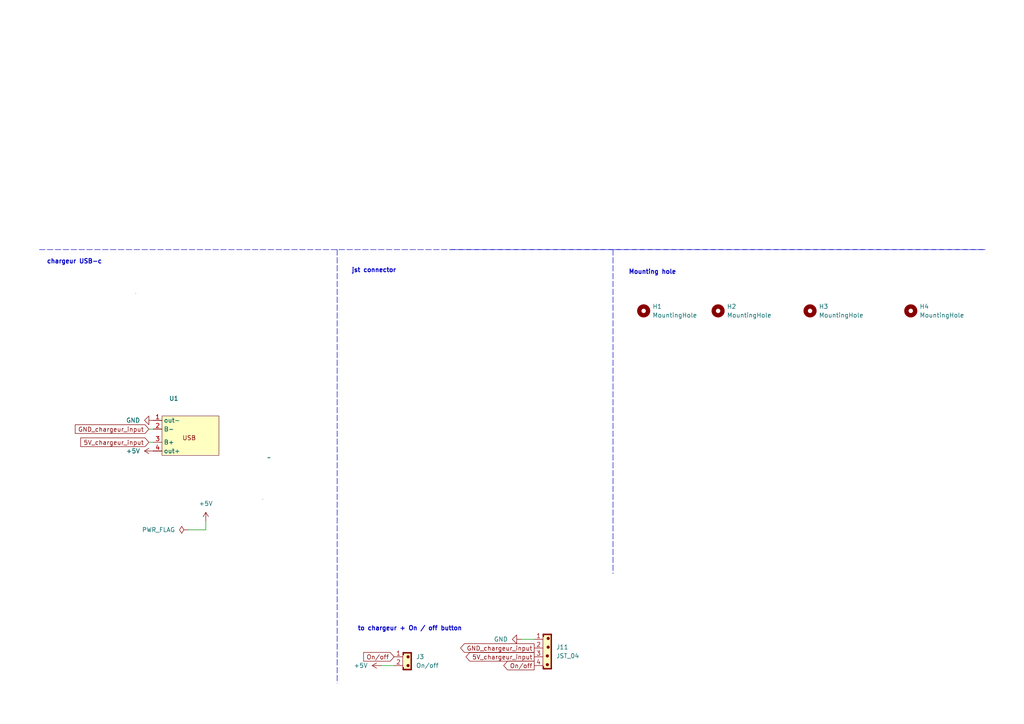
<source format=kicad_sch>
(kicad_sch (version 20250114) (generator "eeschema") (generator_version "9.0")
  (paper "A4")
  (title_block (title "Timer PCB") (date "27.05.25"))
  (lib_symbols
    (symbol "1_my_custom-_symbol_library:PCB_USB_connector"
      (property "Reference" "U1" (at 4.572 10.16 0))
      (property "Value" "~" (at 33.02 -6.985 0))
      (symbol "PCB_USB_connector_0_1"
        (rectangle (start 31.75 -19.05) (end 31.75 -19.05))
      )
      (symbol "PCB_USB_connector_1_1"
        (rectangle (start 2.54 5.08) (end 19.05 -6.35) (stroke (width 0) (color 114 40 71 1)) (fill (type background)))
        (text "USB\n" (at 10.414 -1.27 0) (effects (font (size 1.27 1.27))))
        (pin power_out line (at 0 3.81 0) (length 2.54) (name "out-") (number "1"))
        (pin power_out line (at 0 1.27 0) (length 2.54) (name "B-") (number "2"))
        (pin power_in line (at 0 -2.54 0) (length 2.54) (name "B+") (number "3"))
        (pin power_in line (at 0 -5.08 0) (length 2.54) (name "out+") (number "4"))
      )
    )
    (symbol "Mechanical:MountingHole" (pin_names (offset 1.016)) (exclude_from_sim yes) (in_bom no)
      (property "Reference" "H" (at 0 5.08 0))
      (property "Value" "MountingHole" (at 0 3.175 0))
      (symbol "MountingHole_0_1"
        (circle (center 0 0) (radius 1.27) (stroke (width 1.27)))
      )
    )
    (symbol "PCM_SL_Connectors:JST_02"
      (property "Reference" "J" (at 0 7.62 0))
      (property "Value" "JST_02" (at 0 5.08 0))
      (symbol "JST_02_0_1"
        (rectangle (start -1.27 2.54) (end 1.27 -2.54) (fill (type background)))
        (polyline (pts (xy -1.27 -1.778) (xy -1.27 -2.54) (xy 1.27 -2.54) (xy 1.27 -1.778) (xy 1.016 -1.778) (xy 1.016 -2.286) (xy -1.016 -2.286) (xy -1.016 -1.778) (xy -1.27 -1.778)) (fill (type outline)))
        (circle (center 0.254 1.27) (radius 0.381) (fill (type outline)))
        (circle (center 0.254 -1.27) (radius 0.381) (fill (type outline)))
        (rectangle (start 1.016 1.778) (end 1.27 -1.778) (fill (type outline)))
        (polyline (pts (xy 1.27 1.778) (xy 1.27 2.54) (xy -1.27 2.54) (xy -1.27 1.778) (xy -1.016 1.778) (xy -1.016 2.286) (xy 1.016 2.286) (xy 1.016 1.778) (xy 1.27 1.778)) (fill (type outline)))
      )
      (symbol "JST_02_1_1"
        (pin passive line (at -3.81 1.27 0) (length 2.54) (name "") (number "1"))
        (pin passive line (at -3.81 -1.27 0) (length 2.54) (name "") (number "2"))
      )
    )
    (symbol "PCM_SL_Connectors:JST_04"
      (property "Reference" "J11" (at 2.54 1.5241 0))
      (property "Value" "JST_04" (at 2.54 -1.0159 0))
      (symbol "JST_04_0_1"
        (rectangle (start -1.27 5.334) (end 1.27 -4.826) (fill (type background)))
        (polyline (pts (xy -1.27 -4.064) (xy -1.27 -4.826) (xy 1.27 -4.826) (xy 1.27 -4.064) (xy 1.016 -4.064) (xy 1.016 -4.572) (xy -1.016 -4.572) (xy -1.016 -4.064) (xy -1.27 -4.064)) (fill (type outline)))
        (circle (center 0 -1.016) (radius 0.381) (fill (type outline)))
        (circle (center 0 -3.556) (radius 0.381) (fill (type outline)))
        (circle (center 0.254 4.064) (radius 0.381) (fill (type outline)))
        (circle (center 0.254 1.524) (radius 0.381) (fill (type outline)))
        (rectangle (start 1.016 4.572) (end 1.27 -4.064) (fill (type outline)))
        (polyline (pts (xy 1.27 4.572) (xy 1.27 5.334) (xy -1.27 5.334) (xy -1.27 4.572) (xy -1.016 4.572) (xy -1.016 5.08) (xy 1.016 5.08) (xy 1.016 4.572) (xy 1.27 4.572)) (fill (type outline)))
      )
      (symbol "JST_04_1_1"
        (pin passive line (at -3.81 3.81 0) (length 2.54) (name "") (number "1"))
        (pin passive line (at -3.81 1.27 0) (length 2.54) (name "") (number "2"))
        (pin passive line (at -3.81 -1.27 0) (length 2.54) (name "") (number "3"))
        (pin passive line (at -3.81 -3.81 0) (length 2.54) (name "") (number "4"))
      )
    )
    (symbol "power:GND" (power) (pin_numbers (hide yes)) (pin_names (offset 0) (hide yes))
      (property "Value" "GND" (at 0 -3.81 0))
      (symbol "GND_0_1"
        (polyline (pts (xy 0 0) (xy 0 -1.27) (xy 1.27 -1.27) (xy 0 -2.54) (xy -1.27 -1.27) (xy 0 -1.27)))
      )
      (symbol "GND_1_1"
        (pin power_in line (at 0 0 270) (length 0) (name "~") (number "1"))
      )
    )
    (symbol "power:PWR_FLAG" (power) (pin_numbers (hide yes)) (pin_names (offset 0) (hide yes))
      (property "Value" "PWR_FLAG" (at 0 3.81 0))
      (symbol "PWR_FLAG_0_0"
        (pin power_out line (at 0 0 90) (length 0) (name "~") (number "1"))
      )
      (symbol "PWR_FLAG_0_1"
        (polyline (pts (xy 0 0) (xy 0 1.27) (xy -1.016 1.905) (xy 0 2.54) (xy 1.016 1.905) (xy 0 1.27)))
      )
    )
    (symbol "power:VCC" (power) (pin_numbers (hide yes)) (pin_names (offset 0) (hide yes))
      (property "Value" "VCC" (at 0 3.556 0))
      (symbol "VCC_0_1"
        (polyline (pts (xy -0.762 1.27) (xy 0 2.54)))
        (polyline (pts (xy 0 2.54) (xy 0.762 1.27)))
        (polyline (pts (xy 0 0) (xy 0 2.54)))
      )
      (symbol "VCC_1_1"
        (pin power_in line (at 0 0 90) (length 0) (name "~") (number "1"))
      )
    )
  )
  (rectangle (start 39.37 85.09) (end 39.37 85.09))
  (text "Mounting hole\n" (at 189.23 78.994 0) (effects (font (size 1.27 1.27) (thickness 0.254) (bold yes))))
  (text "to chargeur + On / off button\n" (at 118.872 182.372 0) (effects (font (size 1.27 1.27) (thickness 0.254) (bold yes))))
  (text "jst connector\n" (at 108.458 78.486 0) (effects (font (size 1.27 1.27) (thickness 0.254) (bold yes))))
  (text "chargeur USB-c\n" (at 21.59 75.946 0) (effects (font (size 1.27 1.27) (thickness 0.254) (bold yes))))
  (wire (pts (xy 59.69 151.13) (xy 59.69 153.67)))
  (wire (pts (xy 43.18 124.46) (xy 44.45 124.46)))
  (wire (pts (xy 110.49 193.04) (xy 114.3 193.04)))
  (wire (pts (xy 151.13 185.42) (xy 154.94 185.42)))
  (polyline (pts (xy 97.79 72.39) (xy 97.79 198.12)) (stroke (width 0) (type dash)))
  (polyline (pts (xy 177.8 72.39) (xy 177.8 166.37)) (stroke (width 0) (type dash)))
  (polyline (pts (xy 130.81 72.39) (xy 285.75 72.39)) (stroke (width 0) (type dash)))
  (polyline (pts (xy 11.43 72.39) (xy 285.75 72.39)) (stroke (width 0) (type dash)))
  (wire (pts (xy 59.69 153.67) (xy 54.61 153.67)))
  (wire (pts (xy 43.18 128.27) (xy 44.45 128.27)))
  (global_label "On{slash}off" (shape input) (at 114.3 190.5 180) (property "Intersheetrefs" "${INTERSHEET_REFS}" (effects (hide yes))))
  (global_label "GND_chargeur_input" (shape output) (at 154.94 187.96 180) (property "Intersheetrefs" "${INTERSHEET_REFS}" (effects (hide yes))))
  (global_label "5V_chargeur_input" (shape output) (at 154.94 190.5 180) (property "Intersheetrefs" "${INTERSHEET_REFS}" (effects (hide yes))))
  (global_label "On{slash}off" (shape output) (at 154.94 193.04 180) (property "Intersheetrefs" "${INTERSHEET_REFS}" (effects (hide yes))))
  (global_label "5V_chargeur_input" (shape input) (at 43.18 128.27 180) (property "Intersheetrefs" "${INTERSHEET_REFS}" (effects (hide yes))))
  (global_label "GND_chargeur_input" (shape input) (at 43.18 124.46 180) (property "Intersheetrefs" "${INTERSHEET_REFS}" (effects (hide yes))))
  (symbol (lib_id "Mechanical:MountingHole") (at 186.69 90.17 0) (unit 1) (in_bom no)
    (property "Reference" "H1" (at 189.23 88.8999 0) (effects (justify left)))
    (property "Value" "MountingHole" (at 189.23 91.4399 0) (effects (justify left)))
    (property "Footprint" "MountingHole:MountingHole_3.2mm_M3_DIN965_Pad_TopOnly" (effects (hide yes)))
    (property "Description" "Mounting Hole without connection" (effects (hide yes)))
  )
  (symbol (lib_id "PCM_SL_Connectors:JST_02") (at 118.11 191.77 0) (unit 1)
    (property "Reference" "J3" (at 120.65 190.4999 0) (effects (justify left)))
    (property "Value" "On/off" (at 120.65 193.0399 0) (effects (justify left)))
    (property "Footprint" "Connector_JST:JST_PH_B2B-PH-K_1x02_P2.00mm_Vertical" (effects (hide yes)))
    (property "Description" "JST Connector  2 pins" (effects (hide yes)))
  )
  (symbol (lib_id "power:GND") (at 151.13 185.42 270) (unit 1)
    (property "Reference" "#PWR031" (effects (hide yes)))
    (property "Value" "GND" (at 147.32 185.4199 90) (effects (justify right)))
    (property "Description" "Power symbol creates a global label with name \"GND\" , ground" (effects (hide yes)))
  )
  (symbol (lib_id "power:VCC") (at 59.69 151.13 0) (mirror y) (unit 1)
    (property "Reference" "#PWR034" (effects (hide yes)))
    (property "Value" "+5V" (at 59.69 146.05 0))
    (property "Description" "Power symbol creates a global label with name \"VCC\"" (effects (hide yes)))
  )
  (symbol (lib_id "power:VCC") (at 110.49 193.04 90) (unit 1)
    (property "Reference" "#PWR030" (effects (hide yes)))
    (property "Value" "+5V" (at 106.68 193.0399 90) (effects (justify left)))
    (property "Description" "Power symbol creates a global label with name \"VCC\"" (effects (hide yes)))
  )
  (symbol (lib_id "Mechanical:MountingHole") (at 234.95 90.17 0) (unit 1) (in_bom no)
    (property "Reference" "H3" (at 237.49 88.8999 0) (effects (justify left)))
    (property "Value" "MountingHole" (at 237.49 91.4399 0) (effects (justify left)))
    (property "Footprint" "MountingHole:MountingHole_3.2mm_M3_DIN965_Pad_TopOnly" (effects (hide yes)))
    (property "Description" "Mounting Hole without connection" (effects (hide yes)))
  )
  (symbol (lib_id "power:PWR_FLAG") (at 54.61 153.67 90) (unit 1)
    (property "Reference" "#FLG01" (effects (hide yes)))
    (property "Value" "PWR_FLAG" (at 50.8 153.6699 90) (effects (justify left)))
    (property "Description" "Special symbol for telling ERC where power comes from" (effects (hide yes)))
  )
  (symbol (lib_id "1_my_custom-_symbol_library:PCB_USB_connector") (at 44.45 125.73 0) (unit 1)
    (property "Reference" "U1" (at 49.022 115.57 0) (effects (justify left)))
    (property "Value" "~" (at 77.47 132.715 0) (effects (justify left)))
    (property "Footprint" "1_My_Custom_Library:TP4056_chargeur_USB-C" (effects (hide yes)))
  )
  (symbol (lib_id "power:VCC") (at 44.45 130.81 90) (unit 1)
    (property "Reference" "#PWR033" (effects (hide yes)))
    (property "Value" "+5V" (at 40.64 130.8099 90) (effects (justify left)))
    (property "Description" "Power symbol creates a global label with name \"VCC\"" (effects (hide yes)))
  )
  (symbol (lib_id "PCM_SL_Connectors:JST_04") (at 158.75 189.23 0) (unit 1)
    (property "Reference" "J11" (at 161.29 187.7059 0) (effects (justify left)))
    (property "Value" "JST_04" (at 161.29 190.2459 0) (effects (justify left)))
    (property "Footprint" "Connector_JST:JST_PH_B4B-PH-K_1x04_P2.00mm_Vertical" (effects (hide yes)))
    (property "Description" "JST Connector  4 pins" (effects (hide yes)))
  )
  (symbol (lib_id "power:GND") (at 44.45 121.92 270) (unit 1)
    (property "Reference" "#PWR032" (effects (hide yes)))
    (property "Value" "GND" (at 40.64 121.9199 90) (effects (justify right)))
    (property "Description" "Power symbol creates a global label with name \"GND\" , ground" (effects (hide yes)))
  )
  (symbol (lib_id "Mechanical:MountingHole") (at 208.28 90.17 0) (unit 1) (in_bom no)
    (property "Reference" "H2" (at 210.82 88.8999 0) (effects (justify left)))
    (property "Value" "MountingHole" (at 210.82 91.4399 0) (effects (justify left)))
    (property "Footprint" "MountingHole:MountingHole_3.2mm_M3_DIN965_Pad_TopOnly" (effects (hide yes)))
    (property "Description" "Mounting Hole without connection" (effects (hide yes)))
  )
  (symbol (lib_id "Mechanical:MountingHole") (at 264.16 90.17 0) (unit 1) (in_bom no)
    (property "Reference" "H4" (at 266.7 88.8999 0) (effects (justify left)))
    (property "Value" "MountingHole" (at 266.7 91.4399 0) (effects (justify left)))
    (property "Footprint" "MountingHole:MountingHole_3.2mm_M3_DIN965_Pad_TopOnly" (effects (hide yes)))
    (property "Description" "Mounting Hole without connection" (effects (hide yes)))
  )
)
</source>
